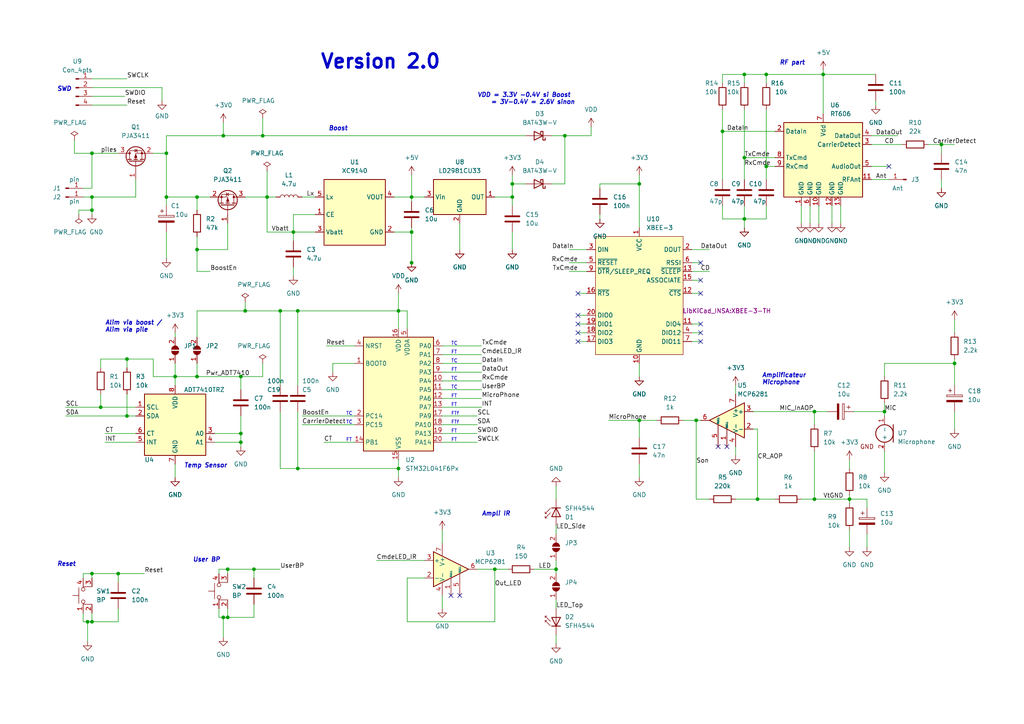
<source format=kicad_sch>
(kicad_sch (version 20230121) (generator eeschema)
  (paper "A4")
  (junction (at 209.55 38.1))
  (junction (at 161.29 165.1))
  (junction (at 215.9 45.72))
  (junction (at 115.57 135.89))
  (junction (at 201.93 121.92))
  (junction (at 86.36 135.89))
  (junction (at 215.9 21.59))
  (junction (at 36.83 120.65))
  (junction (at 236.22 119.38))
  (junction (at 69.85 128.27))
  (junction (at 29.21 118.11))
  (junction (at 57.15 57.15))
  (junction (at 119.38 67.31))
  (junction (at 236.22 144.78))
  (junction (at 26.67 180.34))
  (junction (at 119.38 76.2))
  (junction (at 73.66 165.1))
  (junction (at 69.85 125.73))
  (junction (at 66.04 179.07))
  (junction (at 48.26 44.45))
  (junction (at 163.83 39.37))
  (junction (at 143.51 165.1))
  (junction (at 26.67 166.37))
  (junction (at 276.86 105.41))
  (junction (at 115.57 90.17))
  (junction (at 71.12 90.17))
  (junction (at 48.26 57.15))
  (junction (at 238.76 21.59))
  (junction (at 26.67 60.96))
  (junction (at 26.67 57.15))
  (junction (at 57.15 72.39))
  (junction (at 81.28 90.17))
  (junction (at 69.85 109.22))
  (junction (at 34.29 166.37))
  (junction (at 148.59 53.34))
  (junction (at 85.09 67.31))
  (junction (at 57.15 109.22))
  (junction (at 36.83 104.14))
  (junction (at 185.42 121.92))
  (junction (at 64.77 39.37))
  (junction (at 215.9 63.5))
  (junction (at 66.04 165.1))
  (junction (at 185.42 53.34))
  (junction (at 246.38 144.78))
  (junction (at 25.4 180.34))
  (junction (at 256.54 119.38))
  (junction (at 222.25 48.26))
  (junction (at 222.25 21.59))
  (junction (at 76.2 39.37))
  (junction (at 273.05 41.91))
  (junction (at 50.8 109.22))
  (junction (at 119.38 57.15))
  (junction (at 64.77 179.07))
  (junction (at 86.36 90.17))
  (junction (at 148.59 57.15))
  (junction (at 77.47 57.15))
  (junction (at 26.67 44.45))
  (junction (at 219.71 144.78))
  (no_connect (at 257.81 48.26))
  (no_connect (at 210.82 129.54))
  (no_connect (at 208.28 129.54))
  (no_connect (at 130.81 172.72))
  (no_connect (at 133.35 172.72))
  (no_connect (at 203.2 76.2))
  (no_connect (at 203.2 85.09))
  (no_connect (at 203.2 81.28))
  (no_connect (at 167.64 85.09))
  (no_connect (at 167.64 91.44))
  (no_connect (at 203.2 93.98))
  (no_connect (at 203.2 96.52))
  (no_connect (at 203.2 99.06))
  (no_connect (at 167.64 93.98))
  (no_connect (at 167.64 96.52))
  (no_connect (at 167.64 99.06))
  (wire (pts (xy 19.05 118.11) (xy 29.21 118.11)))
  (wire (pts (xy 66.04 64.77) (xy 66.04 72.39)))
  (wire (pts (xy 86.36 90.17) (xy 81.28 90.17)))
  (wire (pts (xy 69.85 120.65) (xy 69.85 125.73)))
  (wire (pts (xy 44.45 44.45) (xy 48.26 44.45)))
  (wire (pts (xy 119.38 66.04) (xy 119.38 67.31)))
  (wire (pts (xy 62.23 125.73) (xy 69.85 125.73)))
  (wire (pts (xy 201.93 121.92) (xy 201.93 144.78)))
  (wire (pts (xy 163.83 39.37) (xy 171.45 39.37)))
  (wire (pts (xy 115.57 135.89) (xy 115.57 138.43)))
  (wire (pts (xy 241.3 59.69) (xy 241.3 64.77)))
  (wire (pts (xy 256.54 105.41) (xy 256.54 109.22)))
  (wire (pts (xy 276.86 104.14) (xy 276.86 105.41)))
  (wire (pts (xy 76.2 34.29) (xy 76.2 39.37)))
  (wire (pts (xy 24.13 177.8) (xy 24.13 180.34)))
  (wire (pts (xy 26.67 57.15) (xy 26.67 60.96)))
  (wire (pts (xy 173.99 62.23) (xy 173.99 63.5)))
  (wire (pts (xy 123.19 167.64) (xy 118.11 167.64)))
  (wire (pts (xy 81.28 119.38) (xy 81.28 135.89)))
  (wire (pts (xy 115.57 90.17) (xy 115.57 95.25)))
  (wire (pts (xy 25.4 180.34) (xy 25.4 186.055)))
  (wire (pts (xy 138.43 165.1) (xy 143.51 165.1)))
  (wire (pts (xy 252.73 41.91) (xy 261.62 41.91)))
  (wire (pts (xy 73.66 165.1) (xy 81.28 165.1)))
  (wire (pts (xy 26.67 177.8) (xy 26.67 180.34)))
  (wire (pts (xy 213.36 111.76) (xy 213.36 114.3)))
  (wire (pts (xy 19.05 120.65) (xy 36.83 120.65)))
  (wire (pts (xy 252.73 52.07) (xy 257.81 52.07)))
  (wire (pts (xy 26.67 166.37) (xy 26.67 167.64)))
  (wire (pts (xy 236.22 119.38) (xy 240.03 119.38)))
  (wire (pts (xy 222.25 21.59) (xy 215.9 21.59)))
  (wire (pts (xy 232.41 144.78) (xy 236.22 144.78)))
  (wire (pts (xy 128.27 105.41) (xy 139.7 105.41)))
  (wire (pts (xy 185.42 105.41) (xy 185.42 109.22)))
  (wire (pts (xy 200.66 81.28) (xy 203.2 81.28)))
  (wire (pts (xy 143.51 165.1) (xy 147.32 165.1)))
  (wire (pts (xy 50.8 105.41) (xy 50.8 109.22)))
  (wire (pts (xy 34.29 166.37) (xy 34.29 168.91)))
  (wire (pts (xy 96.52 105.41) (xy 96.52 107.95)))
  (wire (pts (xy 251.46 144.78) (xy 251.46 147.32)))
  (wire (pts (xy 200.66 99.06) (xy 203.2 99.06)))
  (wire (pts (xy 219.71 124.46) (xy 219.71 144.78)))
  (wire (pts (xy 64.77 35.56) (xy 64.77 39.37)))
  (wire (pts (xy 238.76 20.32) (xy 238.76 21.59)))
  (wire (pts (xy 48.26 67.31) (xy 48.26 74.93)))
  (wire (pts (xy 71.12 90.17) (xy 57.15 90.17)))
  (wire (pts (xy 69.85 125.73) (xy 69.85 128.27)))
  (wire (pts (xy 200.66 85.09) (xy 203.2 85.09)))
  (wire (pts (xy 29.21 118.11) (xy 39.37 118.11)))
  (wire (pts (xy 209.55 38.1) (xy 209.55 52.07)))
  (wire (pts (xy 48.26 44.45) (xy 48.26 39.37)))
  (wire (pts (xy 46.99 25.4) (xy 46.99 29.21)))
  (wire (pts (xy 128.27 172.72) (xy 128.27 176.53)))
  (wire (pts (xy 276.86 92.71) (xy 276.86 96.52)))
  (wire (pts (xy 232.41 59.69) (xy 232.41 64.77)))
  (wire (pts (xy 50.8 109.22) (xy 57.15 109.22)))
  (wire (pts (xy 24.13 167.64) (xy 24.13 166.37)))
  (wire (pts (xy 26.67 22.86) (xy 36.83 22.86)))
  (wire (pts (xy 161.29 140.97) (xy 161.29 144.78)))
  (wire (pts (xy 236.22 144.78) (xy 246.38 144.78)))
  (wire (pts (xy 128.27 113.03) (xy 139.7 113.03)))
  (wire (pts (xy 64.77 39.37) (xy 76.2 39.37)))
  (wire (pts (xy 185.42 53.34) (xy 185.42 66.04)))
  (wire (pts (xy 91.44 62.23) (xy 85.09 62.23)))
  (wire (pts (xy 69.85 109.22) (xy 76.2 109.22)))
  (wire (pts (xy 224.79 38.1) (xy 209.55 38.1)))
  (wire (pts (xy 215.9 45.72) (xy 215.9 52.07)))
  (wire (pts (xy 148.59 67.31) (xy 148.59 72.39)))
  (wire (pts (xy 69.85 128.27) (xy 69.85 129.54)))
  (wire (pts (xy 66.04 165.1) (xy 73.66 165.1)))
  (wire (pts (xy 246.38 133.35) (xy 246.38 135.89)))
  (wire (pts (xy 71.12 87.63) (xy 71.12 90.17)))
  (wire (pts (xy 198.12 121.92) (xy 201.93 121.92)))
  (wire (pts (xy 76.2 39.37) (xy 152.4 39.37)))
  (wire (pts (xy 57.15 90.17) (xy 57.15 97.79)))
  (wire (pts (xy 256.54 119.38) (xy 256.54 120.65)))
  (wire (pts (xy 200.66 93.98) (xy 203.2 93.98)))
  (wire (pts (xy 167.64 85.09) (xy 170.18 85.09)))
  (wire (pts (xy 238.76 21.59) (xy 254 21.59)))
  (wire (pts (xy 201.93 144.78) (xy 205.74 144.78)))
  (wire (pts (xy 215.9 31.75) (xy 215.9 45.72)))
  (wire (pts (xy 30.48 125.73) (xy 39.37 125.73)))
  (wire (pts (xy 167.64 99.06) (xy 170.18 99.06)))
  (wire (pts (xy 48.26 57.15) (xy 57.15 57.15)))
  (wire (pts (xy 276.86 119.38) (xy 276.86 124.46)))
  (wire (pts (xy 246.38 144.78) (xy 246.38 146.05)))
  (wire (pts (xy 34.29 166.37) (xy 41.91 166.37)))
  (wire (pts (xy 173.99 54.61) (xy 173.99 53.34)))
  (wire (pts (xy 224.79 48.26) (xy 222.25 48.26)))
  (wire (pts (xy 246.38 143.51) (xy 246.38 144.78)))
  (wire (pts (xy 57.15 57.15) (xy 57.15 60.96)))
  (wire (pts (xy 85.09 77.47) (xy 85.09 80.01)))
  (wire (pts (xy 254 29.21) (xy 254 30.48)))
  (wire (pts (xy 29.21 104.14) (xy 36.83 104.14)))
  (wire (pts (xy 119.38 67.31) (xy 119.38 76.2)))
  (wire (pts (xy 200.66 76.2) (xy 203.2 76.2)))
  (wire (pts (xy 215.9 63.5) (xy 222.25 63.5)))
  (wire (pts (xy 252.73 48.26) (xy 257.81 48.26)))
  (wire (pts (xy 209.55 31.75) (xy 209.55 38.1)))
  (wire (pts (xy 29.21 106.68) (xy 29.21 104.14)))
  (wire (pts (xy 200.66 96.52) (xy 203.2 96.52)))
  (wire (pts (xy 171.45 36.83) (xy 171.45 39.37)))
  (wire (pts (xy 185.42 121.92) (xy 190.5 121.92)))
  (wire (pts (xy 128.27 123.19) (xy 138.43 123.19)))
  (wire (pts (xy 160.02 53.34) (xy 163.83 53.34)))
  (wire (pts (xy 256.54 105.41) (xy 276.86 105.41)))
  (wire (pts (xy 115.57 90.17) (xy 86.36 90.17)))
  (wire (pts (xy 209.55 59.69) (xy 209.55 63.5)))
  (wire (pts (xy 26.67 44.45) (xy 26.67 54.61)))
  (wire (pts (xy 218.44 124.46) (xy 219.71 124.46)))
  (wire (pts (xy 76.2 105.41) (xy 76.2 109.22)))
  (wire (pts (xy 273.05 41.91) (xy 276.86 41.91)))
  (wire (pts (xy 203.2 121.92) (xy 201.93 121.92)))
  (wire (pts (xy 66.04 165.1) (xy 66.04 166.37)))
  (wire (pts (xy 209.55 21.59) (xy 209.55 24.13)))
  (wire (pts (xy 87.63 57.15) (xy 91.44 57.15)))
  (wire (pts (xy 115.57 133.35) (xy 115.57 135.89)))
  (wire (pts (xy 57.15 109.22) (xy 69.85 109.22)))
  (wire (pts (xy 86.36 135.89) (xy 115.57 135.89)))
  (wire (pts (xy 238.76 21.59) (xy 238.76 33.02)))
  (wire (pts (xy 246.38 144.78) (xy 251.46 144.78)))
  (wire (pts (xy 128.27 102.87) (xy 139.7 102.87)))
  (wire (pts (xy 50.8 109.22) (xy 44.45 109.22)))
  (wire (pts (xy 246.38 153.67) (xy 246.38 158.75)))
  (wire (pts (xy 161.29 152.4) (xy 161.29 154.94)))
  (wire (pts (xy 247.65 119.38) (xy 256.54 119.38)))
  (wire (pts (xy 24.13 54.61) (xy 26.67 54.61)))
  (wire (pts (xy 222.25 21.59) (xy 222.25 24.13)))
  (wire (pts (xy 143.51 57.15) (xy 148.59 57.15)))
  (wire (pts (xy 118.11 90.17) (xy 115.57 90.17)))
  (wire (pts (xy 185.42 50.8) (xy 185.42 53.34)))
  (wire (pts (xy 36.83 114.3) (xy 36.83 120.65)))
  (wire (pts (xy 167.64 91.44) (xy 170.18 91.44)))
  (wire (pts (xy 24.13 166.37) (xy 26.67 166.37)))
  (wire (pts (xy 39.37 52.07) (xy 39.37 57.15)))
  (wire (pts (xy 128.27 100.33) (xy 139.7 100.33)))
  (wire (pts (xy 128.27 128.27) (xy 138.43 128.27)))
  (wire (pts (xy 252.73 39.37) (xy 260.35 39.37)))
  (wire (pts (xy 215.9 63.5) (xy 215.9 66.04)))
  (wire (pts (xy 25.4 180.34) (xy 26.67 180.34)))
  (wire (pts (xy 34.29 176.53) (xy 34.29 180.34)))
  (wire (pts (xy 161.29 184.15) (xy 161.29 186.69)))
  (wire (pts (xy 26.67 44.45) (xy 34.29 44.45)))
  (wire (pts (xy 167.64 96.52) (xy 170.18 96.52)))
  (wire (pts (xy 30.48 128.27) (xy 39.37 128.27)))
  (wire (pts (xy 165.1 78.74) (xy 170.18 78.74)))
  (wire (pts (xy 57.15 105.41) (xy 57.15 109.22)))
  (wire (pts (xy 63.5 179.07) (xy 64.77 179.07)))
  (wire (pts (xy 24.13 180.34) (xy 25.4 180.34)))
  (wire (pts (xy 114.3 67.31) (xy 119.38 67.31)))
  (wire (pts (xy 26.67 60.96) (xy 26.67 62.23)))
  (wire (pts (xy 273.05 41.91) (xy 273.05 44.45)))
  (wire (pts (xy 26.67 25.4) (xy 46.99 25.4)))
  (wire (pts (xy 81.28 90.17) (xy 71.12 90.17)))
  (wire (pts (xy 69.85 109.22) (xy 69.85 113.03)))
  (wire (pts (xy 148.59 53.34) (xy 152.4 53.34)))
  (wire (pts (xy 213.36 144.78) (xy 219.71 144.78)))
  (wire (pts (xy 236.22 130.81) (xy 236.22 144.78)))
  (wire (pts (xy 215.9 21.59) (xy 215.9 24.13)))
  (wire (pts (xy 234.95 59.69) (xy 234.95 64.77)))
  (wire (pts (xy 66.04 72.39) (xy 57.15 72.39)))
  (wire (pts (xy 222.25 59.69) (xy 222.25 63.5)))
  (wire (pts (xy 128.27 107.95) (xy 139.7 107.95)))
  (wire (pts (xy 93.98 128.27) (xy 102.87 128.27)))
  (wire (pts (xy 185.42 134.62) (xy 185.42 138.43)))
  (wire (pts (xy 44.45 104.14) (xy 36.83 104.14)))
  (wire (pts (xy 57.15 68.58) (xy 57.15 72.39)))
  (wire (pts (xy 86.36 119.38) (xy 86.36 135.89)))
  (wire (pts (xy 85.09 62.23) (xy 85.09 67.31)))
  (wire (pts (xy 163.83 39.37) (xy 163.83 53.34)))
  (wire (pts (xy 86.36 90.17) (xy 86.36 111.76)))
  (wire (pts (xy 63.5 165.1) (xy 66.04 165.1)))
  (wire (pts (xy 176.53 121.92) (xy 185.42 121.92)))
  (wire (pts (xy 128.27 118.11) (xy 139.7 118.11)))
  (wire (pts (xy 81.28 90.17) (xy 81.28 111.76)))
  (wire (pts (xy 118.11 95.25) (xy 118.11 90.17)))
  (wire (pts (xy 133.35 64.77) (xy 133.35 72.39)))
  (wire (pts (xy 154.94 165.1) (xy 161.29 165.1)))
  (wire (pts (xy 215.9 21.59) (xy 209.55 21.59)))
  (wire (pts (xy 36.83 104.14) (xy 36.83 106.68)))
  (wire (pts (xy 148.59 50.8) (xy 148.59 53.34)))
  (wire (pts (xy 256.54 116.84) (xy 256.54 119.38)))
  (wire (pts (xy 22.86 62.23) (xy 22.86 60.96)))
  (wire (pts (xy 161.29 165.1) (xy 161.29 166.37)))
  (wire (pts (xy 50.8 134.62) (xy 50.8 138.43)))
  (wire (pts (xy 200.66 72.39) (xy 205.74 72.39)))
  (wire (pts (xy 224.79 45.72) (xy 215.9 45.72)))
  (wire (pts (xy 273.05 52.07) (xy 273.05 54.61)))
  (wire (pts (xy 96.52 105.41) (xy 102.87 105.41)))
  (wire (pts (xy 222.25 31.75) (xy 222.25 48.26)))
  (wire (pts (xy 119.38 50.8) (xy 119.38 57.15)))
  (wire (pts (xy 165.1 72.39) (xy 170.18 72.39)))
  (wire (pts (xy 85.09 67.31) (xy 91.44 67.31)))
  (wire (pts (xy 148.59 53.34) (xy 148.59 57.15)))
  (wire (pts (xy 128.27 110.49) (xy 139.7 110.49)))
  (wire (pts (xy 24.13 57.15) (xy 26.67 57.15)))
  (wire (pts (xy 66.04 176.53) (xy 66.04 179.07)))
  (wire (pts (xy 63.5 176.53) (xy 63.5 179.07)))
  (wire (pts (xy 115.57 85.09) (xy 115.57 90.17)))
  (wire (pts (xy 48.26 39.37) (xy 64.77 39.37)))
  (wire (pts (xy 161.29 162.56) (xy 161.29 165.1)))
  (wire (pts (xy 114.3 57.15) (xy 119.38 57.15)))
  (wire (pts (xy 50.8 109.22) (xy 50.8 111.76)))
  (wire (pts (xy 73.66 165.1) (xy 73.66 167.64)))
  (wire (pts (xy 26.67 30.48) (xy 36.83 30.48)))
  (wire (pts (xy 26.67 57.15) (xy 39.37 57.15)))
  (wire (pts (xy 64.77 179.07) (xy 66.04 179.07)))
  (wire (pts (xy 118.11 167.64) (xy 118.11 180.34)))
  (wire (pts (xy 22.86 60.96) (xy 26.67 60.96)))
  (wire (pts (xy 237.49 59.69) (xy 237.49 64.77)))
  (wire (pts (xy 165.1 76.2) (xy 170.18 76.2)))
  (wire (pts (xy 77.47 57.15) (xy 77.47 67.31)))
  (wire (pts (xy 213.36 129.54) (xy 213.36 132.08)))
  (wire (pts (xy 173.99 53.34) (xy 185.42 53.34)))
  (wire (pts (xy 81.28 135.89) (xy 86.36 135.89)))
  (wire (pts (xy 215.9 59.69) (xy 215.9 63.5)))
  (wire (pts (xy 276.86 105.41) (xy 276.86 111.76)))
  (wire (pts (xy 26.67 44.45) (xy 21.59 44.45)))
  (wire (pts (xy 256.54 130.81) (xy 256.54 137.16)))
  (wire (pts (xy 269.24 41.91) (xy 273.05 41.91)))
  (wire (pts (xy 29.21 114.3) (xy 29.21 118.11)))
  (wire (pts (xy 21.59 40.64) (xy 21.59 44.45)))
  (wire (pts (xy 219.71 144.78) (xy 224.79 144.78)))
  (wire (pts (xy 236.22 119.38) (xy 236.22 123.19)))
  (wire (pts (xy 185.42 121.92) (xy 185.42 127)))
  (wire (pts (xy 64.77 179.07) (xy 64.77 184.785)))
  (wire (pts (xy 50.8 96.52) (xy 50.8 97.79)))
  (wire (pts (xy 218.44 119.38) (xy 236.22 119.38)))
  (wire (pts (xy 62.23 128.27) (xy 69.85 128.27)))
  (wire (pts (xy 222.25 48.26) (xy 222.25 52.07)))
  (wire (pts (xy 243.84 59.69) (xy 243.84 64.77)))
  (wire (pts (xy 87.63 120.65) (xy 102.87 120.65)))
  (wire (pts (xy 200.66 78.74) (xy 205.74 78.74)))
  (wire (pts (xy 48.26 57.15) (xy 48.26 59.69)))
  (wire (pts (xy 128.27 120.65) (xy 138.43 120.65)))
  (wire (pts (xy 36.83 120.65) (xy 39.37 120.65)))
  (wire (pts (xy 66.04 179.07) (xy 73.66 179.07)))
  (wire (pts (xy 57.15 78.74) (xy 60.96 78.74)))
  (wire (pts (xy 26.67 180.34) (xy 34.29 180.34)))
  (wire (pts (xy 251.46 154.94) (xy 251.46 158.75)))
  (wire (pts (xy 143.51 180.34) (xy 143.51 165.1)))
  (wire (pts (xy 109.22 162.56) (xy 123.19 162.56)))
  (wire (pts (xy 57.15 72.39) (xy 57.15 78.74)))
  (wire (pts (xy 87.63 123.19) (xy 102.87 123.19)))
  (wire (pts (xy 77.47 67.31) (xy 85.09 67.31)))
  (wire (pts (xy 94.615 100.33) (xy 102.87 100.33)))
  (wire (pts (xy 128.27 115.57) (xy 139.7 115.57)))
  (wire (pts (xy 148.59 57.15) (xy 148.59 59.69)))
  (wire (pts (xy 119.38 57.15) (xy 119.38 58.42)))
  (wire (pts (xy 209.55 63.5) (xy 215.9 63.5)))
  (wire (pts (xy 48.26 57.15) (xy 48.26 44.45)))
  (wire (pts (xy 128.27 153.67) (xy 128.27 157.48)))
  (wire (pts (xy 44.45 109.22) (xy 44.45 104.14)))
  (wire (pts (xy 63.5 166.37) (xy 63.5 165.1)))
  (wire (pts (xy 73.66 175.26) (xy 73.66 179.07)))
  (wire (pts (xy 167.64 93.98) (xy 170.18 93.98)))
  (wire (pts (xy 60.96 57.15) (xy 57.15 57.15)))
  (wire (pts (xy 128.27 125.73) (xy 138.43 125.73)))
  (wire (pts (xy 26.67 166.37) (xy 34.29 166.37)))
  (wire (pts (xy 118.11 180.34) (xy 143.51 180.34)))
  (wire (pts (xy 160.02 39.37) (xy 163.83 39.37)))
  (wire (pts (xy 71.12 57.15) (xy 77.47 57.15)))
  (wire (pts (xy 161.29 173.99) (xy 161.29 176.53)))
  (wire (pts (xy 80.01 57.15) (xy 77.47 57.15)))
  (wire (pts (xy 26.67 27.94) (xy 36.195 27.94)))
  (wire (pts (xy 77.47 49.53) (xy 77.47 57.15)))
  (wire (pts (xy 238.76 21.59) (xy 222.25 21.59)))
  (wire (pts (xy 85.09 69.85) (xy 85.09 67.31)))
  (wire (pts (xy 119.38 57.15) (xy 123.19 57.15)))
  (text "FTf" (at 130.81 123.19 0) (effects (font (size 1 1)) (justify left bottom)))
  (text "Ampli IR\n" (at 139.7 149.86 0) (effects (font (size 1.27 1.27) (thickness 0.254) bold italic) (justify left bottom)))
  (text "TC" (at 130.81 110.49 0) (effects (font (size 1 1)) (justify left bottom)))
  (text "TC" (at 130.81 105.41 0) (effects (font (size 1 1)) (justify left bottom)))
  (text "Boost\n" (at 95.25 38.1 0) (effects (font (size 1.27 1.27) (thickness 0.254) bold italic) (justify left bottom)))
  (text "Reset" (at 16.51 164.465 0) (effects (font (size 1.27 1.27) bold italic) (justify left bottom)))
  (text "FT" (at 130.81 102.87 0) (effects (font (size 1 1)) (justify left bottom)))
  (text "RF part\n" (at 226.06 19.05 0) (effects (font (size 1.27 1.27) (thickness 0.254) bold italic) (justify left bottom)))
  (text "Alim via boost /\nAlim via pile" (at 30.48 96.52 0) (effects (font (size 1.27 1.27) (thickness 0.254) bold italic) (justify left bottom)))
  (text "Amplificateur\nMicrophone\n" (at 220.98 111.76 0) (effects (font (size 1.27 1.27) (thickness 0.254) bold italic) (justify left bottom)))
  (text "FT" (at 130.81 125.73 0) (effects (font (size 1 1)) (justify left bottom)))
  (text "FT" (at 130.81 107.95 0) (effects (font (size 1 1)) (justify left bottom)))
  (text "FT" (at 130.81 115.57 0) (effects (font (size 1 1)) (justify left bottom)))
  (text "VDD = 3.3V -0.4V si Boost\n    = 3V-0.4V = 2.6V sinon" (at 138.43 30.48 0) (effects (font (size 1.27 1.27) (thickness 0.254) bold italic) (justify left bottom)))
  (text "TC" (at 100.33 123.19 0) (effects (font (size 1 1)) (justify left bottom)))
  (text "FT" (at 130.81 128.27 0) (effects (font (size 1 1)) (justify left bottom)))
  (text "TC" (at 130.81 100.33 0) (effects (font (size 1 1)) (justify left bottom)))
  (text "Temp Sensor" (at 53.34 135.89 0) (effects (font (size 1.27 1.27) (thickness 0.254) bold italic) (justify left bottom)))
  (text "Version 2.0" (at 92.71 20.32 0) (effects (font (size 4 4) (thickness 0.8) bold) (justify left bottom)))
  (text "FTf" (at 130.81 120.65 0) (effects (font (size 1 1)) (justify left bottom)))
  (text "TC" (at 130.81 113.03 0) (effects (font (size 1 1)) (justify left bottom)))
  (text "FT" (at 130.81 118.11 0) (effects (font (size 1 1)) (justify left bottom)))
  (text "User BP\n" (at 55.88 163.195 0) (effects (font (size 1.27 1.27) bold italic) (justify left bottom)))
  (text "SWD" (at 16.51 26.67 0) (effects (font (size 1.27 1.27) bold italic) (justify left bottom)))
  (text "FT" (at 100.33 128.27 0) (effects (font (size 1 1)) (justify left bottom)))
  (text "TC" (at 100.33 120.65 0) (effects (font (size 1 1)) (justify left bottom)))
  (label "SWDIO" (at 138.43 125.73 0))
  (label "CD" (at 203.2 78.74 0))
  (label "Ant" (at 254 52.07 0))
  (label "DataIn" (at 139.7 105.41 0))
  (label "Reset" (at 36.83 30.48 0))
  (label "TxCmde" (at 139.7 100.33 0))
  (label "TxCmde" (at 167.64 78.74 180))
  (label "CarrierDetect" (at 87.63 123.19 0))
  (label "RxCmde" (at 167.64 76.2 180))
  (label "BoostEn" (at 60.96 78.74 0))
  (label "SCL" (at 138.43 120.65 0))
  (label "SDA" (at 138.43 123.19 0))
  (label "VtGND" (at 238.76 144.78 0))
  (label "RxCmde" (at 139.7 110.49 0))
  (label "INT" (at 30.48 128.27 0))
  (label "Pwr_ADT7410" (at 59.69 109.22 0))
  (label "Lx" (at 88.9 57.15 0))
  (label "TxCmde" (at 215.9 45.72 0))
  (label "Reset" (at 94.615 100.33 0))
  (label "LED_Top" (at 161.29 176.53 0))
  (label "SWDIO" (at 36.195 27.94 0))
  (label "Vbatt" (at 78.74 67.31 0))
  (label "CmdeLED_IR" (at 139.7 102.87 0))
  (label "BoostEn" (at 87.63 120.65 0))
  (label "DataIn" (at 166.37 72.39 180))
  (label "CarrierDetect" (at 270.51 41.91 0))
  (label "LED" (at 156.21 165.1 0))
  (label "CR_AOP" (at 219.71 133.35 0))
  (label "SWCLK" (at 36.83 22.86 0))
  (label "UserBP" (at 81.28 165.1 0))
  (label "MicroPhone" (at 176.53 121.92 0))
  (label "DataIn" (at 210.82 38.1 0))
  (label "SWCLK" (at 138.43 128.27 0))
  (label "RxCmde" (at 223.52 48.26 180))
  (label "MicroPhone" (at 139.7 115.57 0))
  (label "INT" (at 139.7 118.11 0))
  (label "Out_LED" (at 143.51 170.18 0))
  (label "CT" (at 30.48 125.73 0))
  (label "MIC_InAOP" (at 226.06 119.38 0))
  (label "UserBP" (at 139.7 113.03 0))
  (label "MiC" (at 256.54 119.38 0))
  (label "SDA" (at 19.05 120.65 0))
  (label "LED_Side" (at 161.29 153.67 0))
  (label "Son" (at 201.93 134.62 0))
  (label "CD" (at 256.54 41.91 0))
  (label "Reset" (at 41.91 166.37 0))
  (label "DataOut" (at 139.7 107.95 0))
  (label "CmdeLED_IR" (at 109.22 162.56 0))
  (label "SCL" (at 19.05 118.11 0))
  (label "piles" (at 29.21 44.45 0))
  (label "DataOut" (at 254 39.37 0))
  (label "DataOut" (at 203.2 72.39 0))
  (label "CT" (at 93.98 128.27 0))
  (symbol (lib_id "Device:R") (at 151.13 165.1 270) (mirror x) (unit 1)
    (property "Reference" "R4" (at 151.13 158.75 90))
    (property "Value" "150" (at 151.13 161.29 90))
    (property "Footprint" "Resistor_SMD:R_1206_3216Metric" (effects hide))
  )
  (symbol (lib_id "power:GND") (at 128.27 176.53 0) (unit 1)
    (property "Reference" "#PWR017" (effects hide))
    (property "Value" "GND" (at 128.27 181.61 0))
  )
  (symbol (lib_id "power:GND") (at 251.46 158.75 0) (unit 1)
    (property "Reference" "#PWR037" (effects hide))
    (property "Value" "GND" (at 251.46 163.83 0))
  )
  (symbol (lib_id "power:GND") (at 69.85 129.54 0) (unit 1)
    (property "Reference" "#PWR023" (effects hide))
    (property "Value" "GND" (at 69.85 134.62 0))
  )
  (symbol (lib_id "Insa:XBEE-3") (at 185.42 105.41 0) (unit 1)
    (property "Reference" "U10" (at 187.4394 63.5 0) (effects (justify left)))
    (property "Value" "XBEE-3" (at 187.4394 66.04 0) (effects (justify left)))
    (property "Footprint" "LibKiCad_INSA:XBEE-3-TH" (at 210.82 90.17 0))
  )
  (symbol (lib_id "power:GND") (at 85.09 80.01 0) (unit 1)
    (property "Reference" "#PWR09" (effects hide))
    (property "Value" "GND" (at 85.09 85.09 0))
  )
  (symbol (lib_id "Device:C") (at 148.59 63.5 0) (unit 1)
    (property "Reference" "C15" (at 152.4 62.2299 0) (effects (justify left)))
    (property "Value" "10u" (at 152.4 64.7699 0) (effects (justify left)))
    (property "Footprint" "Capacitor_SMD:C_1812_4532Metric" (effects hide))
  )
  (symbol (lib_id "power:PWR_FLAG") (at 71.12 87.63 0) (mirror y) (unit 1)
    (property "Reference" "#FLG0101" (effects hide))
    (property "Value" "PWR_FLAG" (at 73.66 82.55 0))
  )
  (symbol (lib_id "power:GND") (at 133.35 72.39 0) (unit 1)
    (property "Reference" "#PWR042" (effects hide))
    (property "Value" "GND" (at 133.35 77.47 0))
  )
  (symbol (lib_id "Device:C_Polarized") (at 251.46 151.13 0) (unit 1)
    (property "Reference" "C13" (at 255.27 148.9709 0) (effects (justify left)))
    (property "Value" "10u" (at 255.27 151.5109 0) (effects (justify left)))
    (property "Footprint" "Capacitor_Tantalum_SMD:CP_EIA-7132-20_AVX-U" (effects hide))
  )
  (symbol (lib_id "Device:C") (at 73.66 171.45 0) (unit 1)
    (property "Reference" "C4" (at 77.47 170.1799 0) (effects (justify left)))
    (property "Value" "100n" (at 77.47 172.7199 0) (effects (justify left)))
    (property "Footprint" "Capacitor_SMD:C_1206_3216Metric" (effects hide))
  )
  (symbol (lib_id "power:+5V") (at 238.76 20.32 0) (unit 1)
    (property "Reference" "#PWR029" (effects hide))
    (property "Value" "+5V" (at 238.76 15.24 0))
  )
  (symbol (lib_id "power:GND") (at 241.3 64.77 0) (unit 1)
    (property "Reference" "#PWR032" (effects hide))
    (property "Value" "GND" (at 241.3 69.85 0))
  )
  (symbol (lib_id "power:GND") (at 161.29 140.97 0) (mirror x) (unit 1)
    (property "Reference" "#PWR021" (effects hide))
    (property "Value" "GND" (at 161.29 135.89 0))
  )
  (symbol (lib_id "power:GND") (at 148.59 72.39 0) (unit 1)
    (property "Reference" "#PWR045" (effects hide))
    (property "Value" "GND" (at 148.59 77.47 0))
  )
  (symbol (lib_id "power:GND") (at 50.8 138.43 0) (unit 1)
    (property "Reference" "#PWR019" (effects hide))
    (property "Value" "GND" (at 50.8 143.51 0))
  )
  (symbol (lib_id "Device:R") (at 276.86 100.33 0) (mirror y) (unit 1)
    (property "Reference" "R13" (at 279.4 99.0599 0) (effects (justify right)))
    (property "Value" "2.2k" (at 279.4 101.5999 0) (effects (justify right)))
    (property "Footprint" "Resistor_SMD:R_1206_3216Metric" (effects hide))
  )
  (symbol (lib_id "LibKiCad_PjtDeviceManagePV:Microphone") (at 256.54 125.73 0) (unit 1)
    (property "Reference" "U7" (at 260.35 125.6021 0) (effects (justify left)))
    (property "Value" "Microphone" (at 260.35 128.1421 0) (effects (justify left)))
    (property "Footprint" "LibKiCad_PjtDeviceManagePV:Microphone" (effects hide))
  )
  (symbol (lib_id "Device:C") (at 209.55 55.88 0) (unit 1)
    (property "Reference" "C8" (at 205.74 53.34 0) (effects (justify left)))
    (property "Value" "47p" (at 205.74 58.42 0) (effects (justify left)))
    (property "Footprint" "Capacitor_SMD:C_0805_2012Metric" (effects hide))
  )
  (symbol (lib_id "Device:C_Polarized") (at 276.86 115.57 0) (unit 1)
    (property "Reference" "C18" (at 280.67 113.4109 0) (effects (justify left)))
    (property "Value" "10u" (at 280.67 115.9509 0) (effects (justify left)))
    (property "Footprint" "Capacitor_Tantalum_SMD:CP_EIA-7132-20_AVX-U" (effects hide))
  )
  (symbol (lib_id "Device:C") (at 69.85 116.84 0) (unit 1)
    (property "Reference" "C7" (at 73.66 115.5699 0) (effects (justify left)))
    (property "Value" "100n" (at 73.66 118.1099 0) (effects (justify left)))
    (property "Footprint" "Capacitor_SMD:C_1206_3216Metric" (effects hide))
  )
  (symbol (lib_id "LibKiCad_PjtDeviceManagePV:SwitchBP") (at 64.77 171.45 90) (unit 1)
    (property "Reference" "SW2" (at 67.31 170.1799 90) (effects (justify right)))
    (property "Value" "BP" (at 67.31 172.7199 90) (effects (justify right)))
    (property "Footprint" "LibKiCad_PjtDeviceManagePV:SW" (effects hide))
  )
  (symbol (lib_id "Jumper:SolderJumper_2_Open") (at 57.15 101.6 90) (unit 1)
    (property "Reference" "JP2" (at 59.69 100.3299 90) (effects (justify right)))
    (property "Value" "SolderJumper_2_Open" (effects hide))
    (property "Footprint" "Jumper:SolderJumper-2_P1.3mm_Open_TrianglePad1.0x1.5mm" (effects hide))
  )
  (symbol (lib_id "LibKiCad_PjtDeviceManagePV:XC9140") (at 102.87 63.5 0) (unit 1)
    (property "Reference" "U1" (at 102.87 46.99 0))
    (property "Value" "XC9140" (at 102.87 49.53 0))
    (property "Footprint" "Package_TO_SOT_SMD:SOT-23-5" (effects hide))
  )
  (symbol (lib_id "Jumper:SolderJumper_2_Open") (at 161.29 158.75 90) (unit 1)
    (property "Reference" "JP3" (at 163.83 157.4799 90) (effects (justify right)))
    (property "Value" "SolderJumper_2_Open" (effects hide))
    (property "Footprint" "Jumper:SolderJumper-2_P1.3mm_Open_TrianglePad1.0x1.5mm" (effects hide))
  )
  (symbol (lib_id "power:GND") (at 215.9 66.04 0) (unit 1)
    (property "Reference" "#PWR024" (effects hide))
    (property "Value" "GND" (at 215.9 71.12 0))
  )
  (symbol (lib_id "Device:Q_PMOS_GSD") (at 39.37 46.99 90) (unit 1)
    (property "Reference" "Q1" (at 39.37 36.83 90))
    (property "Value" "PJA3411" (at 39.37 39.37 90))
    (property "Footprint" "Package_TO_SOT_SMD:SOT-23" (effects hide))
  )
  (symbol (lib_id "power:+3.3V") (at 148.59 50.8 0) (unit 1)
    (property "Reference" "#PWR044" (effects hide))
    (property "Value" "+3.3V" (at 148.59 45.72 0))
  )
  (symbol (lib_id "power:GND") (at 64.77 184.785 0) (unit 1)
    (property "Reference" "#PWR08" (effects hide))
    (property "Value" "GND" (at 64.77 189.865 0))
  )
  (symbol (lib_id "power:GND") (at 119.38 76.2 0) (unit 1)
    (property "Reference" "#PWR012" (effects hide))
    (property "Value" "GND" (at 119.38 81.28 0))
  )
  (symbol (lib_id "power:+5V") (at 119.38 50.8 0) (unit 1)
    (property "Reference" "#PWR011" (effects hide))
    (property "Value" "+5V" (at 119.38 45.72 0))
  )
  (symbol (lib_id "Diode:BAT43W-V") (at 156.21 39.37 180) (unit 1)
    (property "Reference" "D3" (at 156.5275 33.02 0))
    (property "Value" "BAT43W-V" (at 156.5275 35.56 0))
    (property "Footprint" "Diode_SMD:D_SOD-123" (effects hide))
    (property "Datasheet" "http://www.vishay.com/docs/85660/bat42.pdf" (effects hide))
  )
  (symbol (lib_id "LibKiCad_PjtDeviceManagePV:ADT7410TRZ") (at 50.8 124.46 0) (unit 1)
    (property "Reference" "U4" (at 41.91 133.35 0) (effects (justify left)))
    (property "Value" "ADT7410TRZ" (at 53.34 113.03 0) (effects (justify left)))
    (property "Footprint" "Package_SO:SOP-8_3.9x4.9mm_P1.27mm" (effects hide))
  )
  (symbol (lib_id "power:+3.3V") (at 246.38 133.35 0) (unit 1)
    (property "Reference" "#PWR050" (effects hide))
    (property "Value" "+3.3V" (at 246.38 128.27 0))
  )
  (symbol (lib_id "LibKiCad_PjtDeviceManagePV:Conn_01x01_Male") (at 19.05 57.15 0) (unit 1)
    (property "Reference" "J2" (at 16.51 57.15 0))
    (property "Value" "pin" (at 21.59 58.42 0))
    (property "Footprint" "LibKiCad_PjtDeviceManagePV:PinHeader1Pt" (effects hide))
  )
  (symbol (lib_id "power:GND") (at 234.95 64.77 0) (unit 1)
    (property "Reference" "#PWR027" (effects hide))
    (property "Value" "GND" (at 234.95 69.85 0))
  )
  (symbol (lib_id "Device:C") (at 215.9 55.88 0) (unit 1)
    (property "Reference" "C9" (at 212.09 53.34 0) (effects (justify left)))
    (property "Value" "47p" (at 212.09 58.42 0) (effects (justify left)))
    (property "Footprint" "Capacitor_SMD:C_0805_2012Metric" (effects hide))
  )
  (symbol (lib_id "Device:C") (at 81.28 115.57 0) (unit 1)
    (property "Reference" "C19" (at 77.47 113.03 0) (effects (justify left)))
    (property "Value" "100n" (at 77.47 110.49 0) (effects (justify left)))
    (property "Footprint" "Capacitor_SMD:C_1206_3216Metric" (effects hide))
  )
  (symbol (lib_id "power:GND") (at 276.86 124.46 0) (mirror y) (unit 1)
    (property "Reference" "#PWR052" (effects hide))
    (property "Value" "GND" (at 276.86 129.54 0))
  )
  (symbol (lib_id "LibKiCad_PjtDeviceManagePV:LD2981CU33") (at 133.35 57.15 0) (unit 1)
    (property "Reference" "U8" (at 133.35 46.99 0))
    (property "Value" "LD2981CU33" (at 133.35 49.53 0))
    (property "Footprint" "Package_TO_SOT_SMD:SOT-89-3_Handsoldering" (effects hide))
  )
  (symbol (lib_id "Device:R") (at 215.9 27.94 0) (unit 1)
    (property "Reference" "R15" (at 210.82 24.13 0) (effects (justify left)))
    (property "Value" "10k" (at 210.82 26.67 0) (effects (justify left)))
    (property "Footprint" "Resistor_SMD:R_1206_3216Metric" (effects hide))
  )
  (symbol (lib_id "power:PWR_FLAG") (at 77.47 49.53 0) (unit 1)
    (property "Reference" "#FLG03" (effects hide))
    (property "Value" "PWR_FLAG" (at 77.47 44.45 0))
  )
  (symbol (lib_id "power:GND") (at 161.29 186.69 0) (unit 1)
    (property "Reference" "#PWR022" (effects hide))
    (property "Value" "GND" (at 161.29 191.77 0))
  )
  (symbol (lib_id "power:+3V0") (at 64.77 35.56 0) (unit 1)
    (property "Reference" "#PWR01" (effects hide))
    (property "Value" "+3V0" (at 64.77 30.48 0))
  )
  (symbol (lib_id "Device:R") (at 246.38 149.86 0) (mirror y) (unit 1)
    (property "Reference" "R9" (at 240.03 149.86 0) (effects (justify right)))
    (property "Value" "10k" (at 240.03 152.4 0) (effects (justify right)))
    (property "Footprint" "Resistor_SMD:R_1206_3216Metric" (effects hide))
  )
  (symbol (lib_id "Device:R") (at 29.21 110.49 0) (mirror y) (unit 1)
    (property "Reference" "R1" (at 31.75 109.2199 0) (effects (justify right)))
    (property "Value" "10k" (at 31.75 111.7599 0) (effects (justify right)))
    (property "Footprint" "Resistor_SMD:R_1206_3216Metric" (effects hide))
  )
  (symbol (lib_id "power:GND") (at 50.8 138.43 0) (unit 1)
    (property "Reference" "#PWR020" (effects hide))
    (property "Value" "GND" (at 50.8 143.51 0))
  )
  (symbol (lib_id "power:GND") (at 25.4 186.055 0) (unit 1)
    (property "Reference" "#PWR04" (effects hide))
    (property "Value" "GND" (at 25.4 191.135 0))
  )
  (symbol (lib_id "power:PWR_FLAG") (at 76.2 34.29 0) (unit 1)
    (property "Reference" "#FLG0103" (effects hide))
    (property "Value" "PWR_FLAG" (at 74.93 29.21 0))
  )
  (symbol (lib_id "power:GND") (at 173.99 63.5 0) (unit 1)
    (property "Reference" "#PWR07" (effects hide))
    (property "Value" "GND" (at 173.99 68.58 0))
  )
  (symbol (lib_id "Device:R") (at 246.38 139.7 0) (mirror y) (unit 1)
    (property "Reference" "R8" (at 248.92 138.4299 0) (effects (justify right)))
    (property "Value" "10k" (at 248.92 140.9699 0) (effects (justify right)))
    (property "Footprint" "Resistor_SMD:R_1206_3216Metric" (effects hide))
  )
  (symbol (lib_id "power:GND") (at 254 30.48 0) (unit 1)
    (property "Reference" "#PWR034" (effects hide))
    (property "Value" "GND" (at 254 35.56 0))
  )
  (symbol (lib_id "Device:Q_PMOS_GSD") (at 66.04 59.69 270) (mirror x) (unit 1)
    (property "Reference" "Q2" (at 66.04 49.53 90))
    (property "Value" "PJA3411" (at 66.04 52.07 90))
    (property "Footprint" "Package_TO_SOT_SMD:SOT-23" (effects hide))
  )
  (symbol (lib_id "LibKiCad_PjtDeviceManagePV:Con_4pts") (at 25.4 19.05 0) (unit 1)
    (property "Reference" "U9" (at 22.4282 17.78 0))
    (property "Value" "Con_4pts" (at 22.4282 20.32 0))
    (property "Footprint" "LibKiCad_PjtDeviceManagePV:PinHeader4pts" (effects hide))
  )
  (symbol (lib_id "Device:R") (at 57.15 64.77 0) (unit 1)
    (property "Reference" "R2" (at 59.69 63.4999 0) (effects (justify left)))
    (property "Value" "47k" (at 59.69 66.0399 0) (effects (justify left)))
    (property "Footprint" "Resistor_SMD:R_1206_3216Metric" (effects hide))
  )
  (symbol (lib_id "power:+3.3V") (at 276.86 92.71 0) (unit 1)
    (property "Reference" "#PWR051" (effects hide))
    (property "Value" "+3.3V" (at 276.86 87.63 0))
  )
  (symbol (lib_id "power:GND") (at 48.26 74.93 0) (unit 1)
    (property "Reference" "#PWR05" (effects hide))
    (property "Value" "GND" (at 48.26 80.01 0))
  )
  (symbol (lib_id "Device:C") (at 34.29 172.72 0) (unit 1)
    (property "Reference" "C2" (at 38.1 171.4499 0) (effects (justify left)))
    (property "Value" "100n" (at 38.1 173.9899 0) (effects (justify left)))
    (property "Footprint" "Capacitor_SMD:C_1206_3216Metric" (effects hide))
  )
  (symbol (lib_id "power:GND") (at 232.41 64.77 0) (unit 1)
    (property "Reference" "#PWR026" (effects hide))
    (property "Value" "GND" (at 232.41 69.85 0))
  )
  (symbol (lib_id "Device:C") (at 119.38 62.23 0) (unit 1)
    (property "Reference" "C6" (at 123.19 60.9599 0) (effects (justify left)))
    (property "Value" "10u" (at 123.19 63.4999 0) (effects (justify left)))
    (property "Footprint" "Capacitor_SMD:C_1812_4532Metric" (effects hide))
  )
  (symbol (lib_id "Jumper:SolderJumper_2_Open") (at 161.29 170.18 90) (unit 1)
    (property "Reference" "JP4" (at 163.83 168.9099 90) (effects (justify right)))
    (property "Value" "SolderJumper_2_Open" (effects hide))
    (property "Footprint" "Jumper:SolderJumper-2_P1.3mm_Open_TrianglePad1.0x1.5mm" (effects hide))
  )
  (symbol (lib_id "LibKiCad_PjtDeviceManagePV:Conn_01x01_Male") (at 262.89 52.07 180) (unit 1)
    (property "Reference" "J3" (at 265.43 52.07 0))
    (property "Value" "Ant" (at 260.35 54.61 0))
    (property "Footprint" "LibKiCad_PjtDeviceManagePV:PinHeader1Pt" (effects hide))
  )
  (symbol (lib_id "power:GND") (at 185.42 138.43 0) (unit 1)
    (property "Reference" "#PWR048" (effects hide))
    (property "Value" "GND" (at 185.42 143.51 0))
  )
  (symbol (lib_id "Device:C") (at 173.99 58.42 0) (unit 1)
    (property "Reference" "C16" (at 177.8 57.1499 0) (effects (justify left)))
    (property "Value" "100n" (at 177.8 59.6899 0) (effects (justify left)))
    (property "Footprint" "Capacitor_SMD:C_1206_3216Metric" (effects hide))
  )
  (symbol (lib_id "LED:SFH4546") (at 161.29 179.07 90) (unit 1)
    (property "Reference" "D2" (at 163.83 178.9429 90) (effects (justify right)))
    (property "Value" "SFH4544" (at 163.83 181.4829 90) (effects (justify right)))
    (property "Footprint" "LED_THT:LED_D5.0mm_IRGrey" (effects hide))
    (property "Datasheet" "http://www.osram-os.com/Graphics/XPic1/00101982_0.pdf" (effects hide))
  )
  (symbol (lib_id "power:+3.3V") (at 128.27 153.67 0) (unit 1)
    (property "Reference" "#PWR03" (effects hide))
    (property "Value" "+3.3V" (at 128.27 148.59 0))
  )
  (symbol (lib_id "Device:R") (at 256.54 113.03 0) (mirror y) (unit 1)
    (property "Reference" "R11" (at 259.08 111.7599 0) (effects (justify right)))
    (property "Value" "2.2k" (at 259.08 114.2999 0) (effects (justify right)))
    (property "Footprint" "Resistor_SMD:R_1206_3216Metric" (effects hide))
  )
  (symbol (lib_id "power:GND") (at 119.38 76.2 0) (unit 1)
    (property "Reference" "#PWR013" (effects hide))
    (property "Value" "GND" (at 119.38 81.28 0))
  )
  (symbol (lib_id "Device:R") (at 228.6 144.78 270) (mirror x) (unit 1)
    (property "Reference" "R6" (at 228.6 138.43 90))
    (property "Value" "1k" (at 228.6 140.97 90))
    (property "Footprint" "Resistor_SMD:R_1206_3216Metric" (effects hide))
  )
  (symbol (lib_id "Device:R") (at 194.31 121.92 270) (mirror x) (unit 1)
    (property "Reference" "R12" (at 194.31 115.57 90))
    (property "Value" "1k" (at 194.31 118.11 90))
    (property "Footprint" "Resistor_SMD:R_1206_3216Metric" (effects hide))
  )
  (symbol (lib_id "Device:C") (at 85.09 73.66 0) (unit 1)
    (property "Reference" "C3" (at 88.9 72.3899 0) (effects (justify left)))
    (property "Value" "4.7u" (at 88.9 74.9299 0) (effects (justify left)))
    (property "Footprint" "Capacitor_SMD:C_1812_4532Metric" (effects hide))
  )
  (symbol (lib_id "Device:C") (at 254 25.4 0) (unit 1)
    (property "Reference" "C11" (at 257.81 24.1299 0) (effects (justify left)))
    (property "Value" "100n" (at 257.81 26.6699 0) (effects (justify left)))
    (property "Footprint" "Capacitor_SMD:C_1206_3216Metric" (effects hide))
  )
  (symbol (lib_id "power:GND") (at 246.38 158.75 0) (unit 1)
    (property "Reference" "#PWR036" (effects hide))
    (property "Value" "GND" (at 246.38 163.83 0))
  )
  (symbol (lib_id "power:GND") (at 213.36 132.08 0) (mirror y) (unit 1)
    (property "Reference" "#PWR031" (effects hide))
    (property "Value" "GND" (at 213.36 137.16 0))
  )
  (symbol (lib_id "Amplifier_Operational:TL071") (at 130.81 165.1 0) (unit 1)
    (property "Reference" "U3" (at 142.24 160.401 0))
    (property "Value" "MCP6281" (at 142.24 162.941 0))
    (property "Footprint" "Package_SO:SOIC-8_3.9x4.9mm_P1.27mm" (effects hide))
    (property "Datasheet" "http://www.ti.com/lit/ds/symlink/tl071.pdf" (effects hide))
  )
  (symbol (lib_id "Device:C") (at 185.42 130.81 0) (unit 1)
    (property "Reference" "C17" (at 189.23 129.5399 0) (effects (justify left)))
    (property "Value" "47n" (at 189.23 132.0799 0) (effects (justify left)))
    (property "Footprint" "Capacitor_SMD:C_1206_3216Metric" (effects hide))
  )
  (symbol (lib_id "Device:R") (at 36.83 110.49 0) (mirror y) (unit 1)
    (property "Reference" "R3" (at 39.37 109.2199 0) (effects (justify right)))
    (property "Value" "10k" (at 39.37 111.7599 0) (effects (justify right)))
    (property "Footprint" "Resistor_SMD:R_1206_3216Metric" (effects hide))
  )
  (symbol (lib_id "power:PWR_FLAG") (at 76.2 105.41 0) (mirror y) (unit 1)
    (property "Reference" "#FLG0102" (effects hide))
    (property "Value" "PWR_FLAG" (at 73.66 100.33 0))
  )
  (symbol (lib_id "Device:R") (at 222.25 27.94 0) (unit 1)
    (property "Reference" "R16" (at 223.52 24.13 0) (effects (justify left)))
    (property "Value" "10k" (at 224.79 26.67 0) (effects (justify left)))
    (property "Footprint" "Resistor_SMD:R_1206_3216Metric" (effects hide))
  )
  (symbol (lib_id "power:GND") (at 115.57 138.43 0) (unit 1)
    (property "Reference" "#PWR015" (effects hide))
    (property "Value" "GND" (at 115.57 143.51 0))
  )
  (symbol (lib_id "power:VDD") (at 171.45 36.83 0) (unit 1)
    (property "Reference" "#PWR047" (effects hide))
    (property "Value" "VDD" (at 171.45 31.75 0))
  )
  (symbol (lib_id "Jumper:SolderJumper_2_Open") (at 50.8 101.6 90) (unit 1)
    (property "Reference" "JP1" (at 53.34 100.3299 90) (effects (justify right)))
    (property "Value" "SolderJumper_2_Open" (effects hide))
    (property "Footprint" "Jumper:SolderJumper-2_P1.3mm_Open_TrianglePad1.0x1.5mm" (effects hide))
  )
  (symbol (lib_id "Device:R") (at 209.55 27.94 0) (unit 1)
    (property "Reference" "R14" (at 204.47 24.13 0) (effects (justify left)))
    (property "Value" "10k" (at 204.47 26.67 0) (effects (justify left)))
    (property "Footprint" "Resistor_SMD:R_1206_3216Metric" (effects hide))
  )
  (symbol (lib_id "power:GND") (at 237.49 64.77 0) (unit 1)
    (property "Reference" "#PWR028" (effects hide))
    (property "Value" "GND" (at 237.49 69.85 0))
  )
  (symbol (lib_id "LibKiCad_PjtDeviceManagePV:RT606") (at 237.49 48.26 0) (unit 1)
    (property "Reference" "U6" (at 240.7794 30.48 0) (effects (justify left)))
    (property "Value" "RT606" (at 240.7794 33.02 0) (effects (justify left)))
    (property "Footprint" "LibKiCad_PjtDeviceManagePV:RT606" (effects hide))
  )
  (symbol (lib_id "power:GND") (at 133.35 72.39 0) (unit 1)
    (property "Reference" "#PWR043" (effects hide))
    (property "Value" "GND" (at 133.35 77.47 0))
  )
  (symbol (lib_id "power:+3.3V") (at 185.42 50.8 0) (unit 1)
    (property "Reference" "#PWR030" (effects hide))
    (property "Value" "+3.3V" (at 185.42 45.72 0))
  )
  (symbol (lib_id "power:GND") (at 273.05 54.61 0) (unit 1)
    (property "Reference" "#PWR038" (effects hide))
    (property "Value" "GND" (at 273.05 59.69 0))
  )
  (symbol (lib_id "power:PWR_FLAG") (at 21.59 40.64 0) (unit 1)
    (property "Reference" "#FLG01" (effects hide))
    (property "Value" "PWR_FLAG" (at 20.32 35.56 0))
  )
  (symbol (lib_id "Device:C") (at 86.36 115.57 0) (unit 1)
    (property "Reference" "C5" (at 87.63 113.03 0) (effects (justify left)))
    (property "Value" "100n" (at 87.63 110.49 0) (effects (justify left)))
    (property "Footprint" "Capacitor_SMD:C_1206_3216Metric" (effects hide))
  )
  (symbol (lib_id "Device:C_Polarized") (at 48.26 63.5 0) (unit 1)
    (property "Reference" "C1" (at 49.53 59.69 0) (effects (justify left)))
    (property "Value" "10u" (at 50.8 62.23 0) (effects (justify left)))
    (property "Footprint" "Capacitor_Tantalum_SMD:CP_EIA-7132-20_AVX-U" (effects hide))
  )
  (symbol (lib_id "LibKiCad_PjtDeviceManagePV:SwitchBP") (at 25.4 172.72 90) (unit 1)
    (property "Reference" "SW1" (at 27.94 171.4499 90) (effects (justify right)))
    (property "Value" "BP" (at 27.94 173.9899 90) (effects (justify right)))
    (property "Footprint" "LibKiCad_PjtDeviceManagePV:SW" (effects hide))
  )
  (symbol (lib_id "power:VDD") (at 115.57 85.09 0) (unit 1)
    (property "Reference" "#PWR018" (effects hide))
    (property "Value" "VDD" (at 115.57 80.01 0))
  )
  (symbol (lib_id "power:GND") (at 46.99 29.21 0) (unit 1)
    (property "Reference" "#PWR06" (effects hide))
    (property "Value" "GND" (at 46.99 33.655 0))
  )
  (symbol (lib_id "Amplifier_Operational:TL071") (at 210.82 121.92 0) (mirror y) (unit 1)
    (property "Reference" "U5" (at 213.8806 111.76 0) (effects (justify right)))
    (property "Value" "MCP6281" (at 213.8806 114.3 0) (effects (justify right)))
    (property "Footprint" "Package_SO:SOIC-8_3.9x4.9mm_P1.27mm" (effects hide))
    (property "Datasheet" "http://www.ti.com/lit/ds/symlink/tl071.pdf" (effects hide))
  )
  (symbol (lib_id "power:GND") (at 173.99 63.5 0) (unit 1)
    (property "Reference" "#PWR016" (effects hide))
    (property "Value" "GND" (at 173.99 68.58 0))
  )
  (symbol (lib_id "Device:C") (at 222.25 55.88 0) (unit 1)
    (property "Reference" "C10" (at 217.17 53.34 0) (effects (justify left)))
    (property "Value" "47p" (at 218.44 58.42 0) (effects (justify left)))
    (property "Footprint" "Capacitor_SMD:C_0805_2012Metric" (effects hide))
  )
  (symbol (lib_id "power:PWR_FLAG") (at 22.86 62.23 0) (mirror x) (unit 1)
    (property "Reference" "#FLG02" (effects hide))
    (property "Value" "PWR_FLAG" (at 20.32 67.31 0))
  )
  (symbol (lib_id "power:+3.3V") (at 50.8 96.52 0) (unit 1)
    (property "Reference" "#PWR014" (effects hide))
    (property "Value" "+3.3V" (at 50.8 91.44 0))
  )
  (symbol (lib_id "power:GND") (at 148.59 72.39 0) (unit 1)
    (property "Reference" "#PWR046" (effects hide))
    (property "Value" "GND" (at 148.59 77.47 0))
  )
  (symbol (lib_id "LibKiCad_PjtDeviceManagePV:Conn_01x01_Male") (at 19.05 54.61 0) (unit 1)
    (property "Reference" "J1" (at 16.51 54.61 0))
    (property "Value" "pin" (at 21.59 52.07 0))
    (property "Footprint" "LibKiCad_PjtDeviceManagePV:PinHeader1Pt" (effects hide))
  )
  (symbol (lib_id "Device:R") (at 265.43 41.91 270) (unit 1)
    (property "Reference" "R10" (at 265.43 35.56 90))
    (property "Value" "22k" (at 265.43 38.1 90))
    (property "Footprint" "Resistor_SMD:R_1206_3216Metric" (effects hide))
  )
  (symbol (lib_id "power:GND") (at 26.67 62.23 0) (unit 1)
    (property "Reference" "#PWR02" (effects hide))
    (property "Value" "GND" (at 27.94 67.31 0))
  )
  (symbol (lib_id "power:GND") (at 215.9 66.04 0) (unit 1)
    (property "Reference" "#PWR025" (effects hide))
    (property "Value" "GND" (at 215.9 71.12 0))
  )
  (symbol (lib_id "Device:R") (at 236.22 127 0) (mirror y) (unit 1)
    (property "Reference" "R7" (at 238.76 125.7299 0) (effects (justify right)))
    (property "Value" "10k" (at 238.76 128.2699 0) (effects (justify right)))
    (property "Footprint" "Resistor_SMD:R_1206_3216Metric" (effects hide))
  )
  (symbol (lib_id "power:GND") (at 96.52 107.95 0) (unit 1)
    (property "Reference" "#PWR010" (effects hide))
    (property "Value" "GND" (at 96.52 113.03 0))
  )
  (symbol (lib_id "power:GND") (at 243.84 64.77 0) (unit 1)
    (property "Reference" "#PWR033" (effects hide))
    (property "Value" "GND" (at 243.84 69.85 0))
  )
  (symbol (lib_id "Device:R") (at 209.55 144.78 270) (mirror x) (unit 1)
    (property "Reference" "R5" (at 209.55 138.43 90))
    (property "Value" "220k" (at 209.55 140.97 90))
    (property "Footprint" "Resistor_SMD:R_1206_3216Metric" (effects hide))
  )
  (symbol (lib_id "power:GND") (at 185.42 109.22 0) (unit 1)
    (property "Reference" "#PWR035" (effects hide))
    (property "Value" "GND" (at 185.42 114.3 0))
  )
  (symbol (lib_id "Device:C_Polarized") (at 243.84 119.38 270) (unit 1)
    (property "Reference" "C12" (at 244.729 111.76 90))
    (property "Value" "10u" (at 244.729 114.3 90))
    (property "Footprint" "Capacitor_Tantalum_SMD:CP_EIA-7132-20_AVX-U" (effects hide))
  )
  (symbol (lib_id "power:GND") (at 273.05 54.61 0) (unit 1)
    (property "Reference" "#PWR039" (effects hide))
    (property "Value" "GND" (at 273.05 59.69 0))
  )
  (symbol (lib_id "Device:C") (at 273.05 48.26 0) (unit 1)
    (property "Reference" "C14" (at 276.86 46.9899 0) (effects (justify left)))
    (property "Value" "47n" (at 276.86 49.5299 0) (effects (justify left)))
    (property "Footprint" "Capacitor_SMD:C_1206_3216Metric" (effects hide))
  )
  (symbol (lib_id "power:GND") (at 185.42 109.22 0) (unit 1)
    (property "Reference" "#PWR040" (effects hide))
    (property "Value" "GND" (at 185.42 114.3 0))
  )
  (symbol (lib_id "power:+3.3V") (at 213.36 111.76 0) (unit 1)
    (property "Reference" "#PWR049" (effects hide))
    (property "Value" "+3.3V" (at 213.36 106.68 0))
  )
  (symbol (lib_id "Device:L") (at 83.82 57.15 270) (mirror x) (unit 1)
    (property "Reference" "L1" (at 83.82 50.8 90))
    (property "Value" "4.7u" (at 83.82 53.34 90))
    (property "Footprint" "Inductor_SMD:L_Abracon_ASPI-3012S" (effects hide))
  )
  (symbol (lib_id "MCU_ST_STM32L0:STM32L041F6Px") (at 115.57 113.03 0) (unit 1)
    (property "Reference" "U2" (at 117.5894 133.35 0) (effects (justify left)))
    (property "Value" "STM32L041F6Px" (at 117.5894 135.89 0) (effects (justify left)))
    (property "Footprint" "Package_SO:TSSOP-20_4.4x6.5mm_P0.65mm" (effects hide))
    (property "Datasheet" "http://www.st.com/st-web-ui/static/active/en/resource/technical/document/datasheet/DM00152023.pdf" (effects hide))
  )
  (symbol (lib_id "Diode:BAT43W-V") (at 156.21 53.34 180) (unit 1)
    (property "Reference" "D4" (at 156.5275 46.99 0))
    (property "Value" "BAT43W-V" (at 156.5275 49.53 0))
    (property "Footprint" "Diode_SMD:D_SOD-123" (effects hide))
    (property "Datasheet" "http://www.vishay.com/docs/85660/bat42.pdf" (effects hide))
  )
  (symbol (lib_id "LED:SFH4546") (at 161.29 149.86 90) (mirror x) (unit 1)
    (property "Reference" "D1" (at 163.83 149.9871 90) (effects (justify right)))
    (property "Value" "SFH4544" (at 163.83 147.4471 90) (effects (justify right)))
    (property "Footprint" "LED_THT:LED_D5.0mm_IRGrey" (effects hide))
    (property "Datasheet" "http://www.osram-os.com/Graphics/XPic1/00101982_0.pdf" (effects hide))
  )
  (symbol (lib_id "power:GND") (at 256.54 137.16 0) (mirror y) (unit 1)
    (property "Reference" "#PWR041" (effects hide))
    (property "Value" "GND" (at 256.54 142.24 0))
  )
)
</source>
